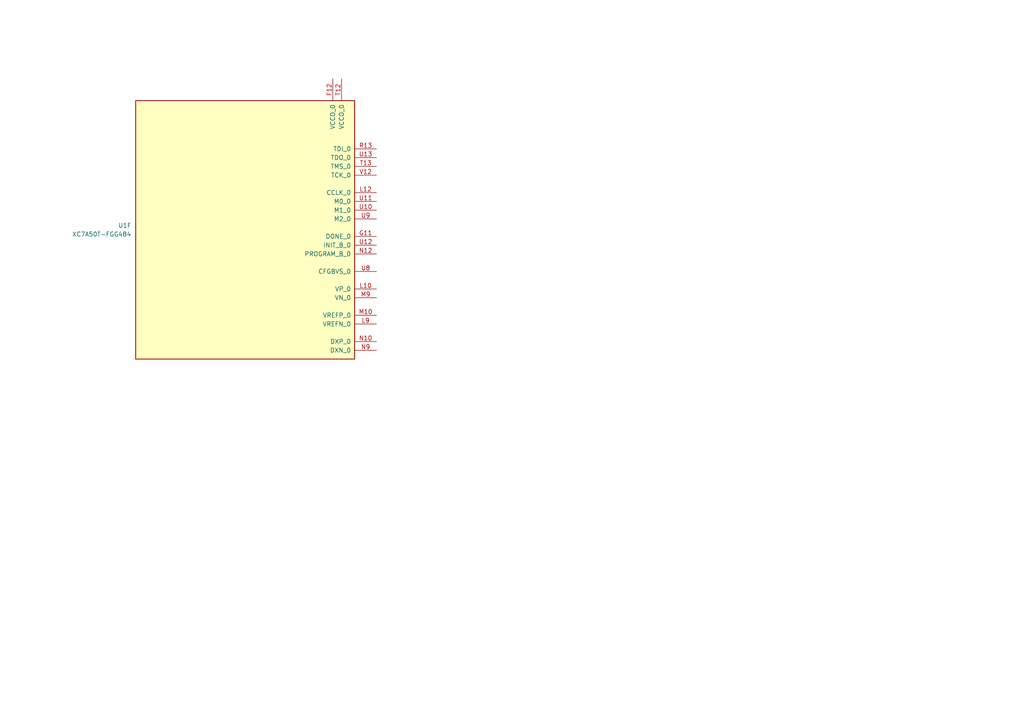
<source format=kicad_sch>
(kicad_sch (version 20250114) (generator "eeschema") (generator_version "9.0")
  (paper "A4")
  (lib_symbols
    (symbol "!Xilinx:XC7A50T-FGG484" (pin_names (offset 1.016))
      (property "Reference" "U" (at 0 1.27 0))
      (property "Value" "XC7A50T-FGG484" (at 0 -1.27 0))
      (symbol "XC7A50T-FGG484_1_1"
        (rectangle (start -44.45 67.31) (end 44.45 -73.66) (stroke (width 0.254)) (fill (type background)))
        (pin power_in line (at -40.64 73.66 270) (length 6.35) (name "VCCO_13") (number "AA17"))
        (pin power_in line (at -38.1 73.66 270) (length 6.35) (name "VCCO_13") (number "AB14"))
        (pin power_in line (at -35.56 73.66 270) (length 6.35) (name "VCCO_13") (number "V16"))
        (pin power_in line (at -33.02 73.66 270) (length 6.35) (name "VCCO_13") (number "W13"))
        (pin power_in line (at -30.48 73.66 270) (length 6.35) (name "VCCO_13") (number "Y10"))
        (pin power_in line (at 27.94 73.66 270) (length 6.35) (name "VCCO_14") (number "M14"))
        (pin power_in line (at 30.48 73.66 270) (length 6.35) (name "VCCO_14") (number "P18"))
        (pin power_in line (at 33.02 73.66 270) (length 6.35) (name "VCCO_14") (number "R15"))
        (pin power_in line (at 35.56 73.66 270) (length 6.35) (name "VCCO_14") (number "T22"))
        (pin power_in line (at 38.1 73.66 270) (length 6.35) (name "VCCO_14") (number "U19"))
        (pin power_in line (at 40.64 73.66 270) (length 6.35) (name "VCCO_14") (number "Y20"))
        (pin bidirectional line (at 50.8 53.34 180) (length 6.35) (name "IO_0_14") (number "P20"))
        (pin bidirectional line (at 50.8 50.8 180) (length 6.35) (name "IO_L1P_T0_D00_MOSI_14") (number "P22"))
        (pin bidirectional line (at 50.8 48.26 180) (length 6.35) (name "IO_L1N_T0_D01_DIN_14") (number "R22"))
        (pin bidirectional line (at 50.8 45.72 180) (length 6.35) (name "IO_L2P_T0_D02_14") (number "P21"))
        (pin bidirectional line (at 50.8 43.18 180) (length 6.35) (name "IO_L2N_T0_D03_14") (number "R21"))
        (pin bidirectional line (at 50.8 40.64 180) (length 6.35) (name "IO_L3P_T0_DQS_PUDC_B_14") (number "U22"))
        (pin bidirectional line (at 50.8 38.1 180) (length 6.35) (name "IO_L3N_T0_DQS_EMCCLK_14") (number "V22"))
        (pin bidirectional line (at 50.8 35.56 180) (length 6.35) (name "IO_L4P_T0_D04_14") (number "T21"))
        (pin bidirectional line (at 50.8 33.02 180) (length 6.35) (name "IO_L4N_T0_D05_14") (number "U21"))
        (pin bidirectional line (at 50.8 30.48 180) (length 6.35) (name "IO_L5P_T0_D06_14") (number "P19"))
        (pin bidirectional line (at 50.8 27.94 180) (length 6.35) (name "IO_L5N_T0_D07_14") (number "R19"))
        (pin bidirectional line (at 50.8 25.4 180) (length 6.35) (name "IO_L6P_T0_FCS_B_14") (number "T19"))
        (pin bidirectional line (at 50.8 22.86 180) (length 6.35) (name "IO_L6N_T0_D08_VREF_14") (number "T20"))
        (pin bidirectional line (at 50.8 20.32 180) (length 6.35) (name "IO_L7P_T1_D09_14") (number "W21"))
        (pin bidirectional line (at 50.8 17.78 180) (length 6.35) (name "IO_L7N_T1_D10_14") (number "W22"))
        (pin bidirectional line (at 50.8 15.24 180) (length 6.35) (name "IO_L8P_T1_D11_14") (number "AA20"))
        (pin bidirectional line (at 50.8 12.7 180) (length 6.35) (name "IO_L8N_T1_D12_14") (number "AA21"))
        (pin bidirectional line (at 50.8 10.16 180) (length 6.35) (name "IO_L9P_T1_DQS_14") (number "Y21"))
        (pin bidirectional line (at 50.8 7.62 180) (length 6.35) (name "IO_L9N_T1_DQS_D13_14") (number "Y22"))
        (pin bidirectional line (at 50.8 5.08 180) (length 6.35) (name "IO_L10P_T1_D14_14") (number "AB21"))
        (pin bidirectional line (at 50.8 2.54 180) (length 6.35) (name "IO_L10N_T1_D15_14") (number "AB22"))
        (pin bidirectional line (at 50.8 0 180) (length 6.35) (name "IO_L11P_T1_SRCC_14") (number "U20"))
        (pin bidirectional line (at 50.8 -2.54 180) (length 6.35) (name "IO_L11N_T1_SRCC_14") (number "V20"))
        (pin bidirectional line (at 50.8 -5.08 180) (length 6.35) (name "IO_L12P_T1_MRCC_14") (number "W19"))
        (pin bidirectional line (at 50.8 -7.62 180) (length 6.35) (name "IO_L12N_T1_MRCC_14") (number "W20"))
        (pin bidirectional line (at 50.8 -10.16 180) (length 6.35) (name "IO_L13P_T2_MRCC_14") (number "Y18"))
        (pin bidirectional line (at 50.8 -12.7 180) (length 6.35) (name "IO_L13N_T2_MRCC_14") (number "Y19"))
        (pin bidirectional line (at 50.8 -15.24 180) (length 6.35) (name "IO_L14P_T2_SRCC_14") (number "V18"))
        (pin bidirectional line (at 50.8 -17.78 180) (length 6.35) (name "IO_L14N_T2_SRCC_14") (number "V19"))
        (pin bidirectional line (at 50.8 -20.32 180) (length 6.35) (name "IO_L15P_T2_DQS_RDWR_B_14") (number "AA19"))
        (pin bidirectional line (at 50.8 -22.86 180) (length 6.35) (name "IO_L15N_T2_DQS_DOUT_CSO_B_14") (number "AB20"))
        (pin bidirectional line (at 50.8 -25.4 180) (length 6.35) (name "IO_L16P_T2_CSI_B_14") (number "V17"))
        (pin bidirectional line (at 50.8 -27.94 180) (length 6.35) (name "IO_L16N_T2_A15_D31_14") (number "W17"))
        (pin bidirectional line (at 50.8 -30.48 180) (length 6.35) (name "IO_L17P_T2_A14_D30_14") (number "AA18"))
        (pin bidirectional line (at 50.8 -33.02 180) (length 6.35) (name "IO_L17N_T2_A13_D29_14") (number "AB18"))
        (pin bidirectional line (at 50.8 -35.56 180) (length 6.35) (name "IO_L18P_T2_A12_D28_14") (number "U17"))
        (pin bidirectional line (at 50.8 -38.1 180) (length 6.35) (name "IO_L18N_T2_A11_D27_14") (number "U18"))
        (pin bidirectional line (at 50.8 -40.64 180) (length 6.35) (name "IO_L19P_T3_A10_D26_14") (number "P14"))
        (pin bidirectional line (at 50.8 -43.18 180) (length 6.35) (name "IO_L19N_T3_A09_D25_VREF_14") (number "R14"))
        (pin bidirectional line (at 50.8 -45.72 180) (length 6.35) (name "IO_L20P_T3_A08_D24_14") (number "R18"))
        (pin bidirectional line (at 50.8 -48.26 180) (length 6.35) (name "IO_L20N_T3_A07_D23_14") (number "T18"))
        (pin bidirectional line (at 50.8 -50.8 180) (length 6.35) (name "IO_L21P_T3_DQS_14") (number "N17"))
        (pin bidirectional line (at 50.8 -53.34 180) (length 6.35) (name "IO_L21N_T3_DQS_A06_D22_14") (number "P17"))
        (pin bidirectional line (at 50.8 -55.88 180) (length 6.35) (name "IO_L22P_T3_A05_D21_14") (number "P15"))
        (pin bidirectional line (at 50.8 -58.42 180) (length 6.35) (name "IO_L22N_T3_A04_D20_14") (number "R16"))
        (pin bidirectional line (at 50.8 -60.96 180) (length 6.35) (name "IO_L23P_T3_A03_D19_14") (number "N13"))
        (pin bidirectional line (at 50.8 -63.5 180) (length 6.35) (name "IO_L23N_T3_A02_D18_14") (number "N14"))
        (pin bidirectional line (at 50.8 -66.04 180) (length 6.35) (name "IO_L24P_T3_A01_D17_14") (number "P16"))
        (pin bidirectional line (at 50.8 -68.58 180) (length 6.35) (name "IO_L24N_T3_A00_D16_14") (number "R17"))
        (pin bidirectional line (at 50.8 -71.12 180) (length 6.35) (name "IO_25_14") (number "N15"))
      )
      (symbol "XC7A50T-FGG484_2_1"
        (rectangle (start -44.45 67.31) (end 44.45 -73.66) (stroke (width 0.254)) (fill (type background)))
        (pin bidirectional line (at -50.8 53.34 0) (length 6.35) (name "IO_0_15") (number "J16"))
        (pin bidirectional line (at -50.8 50.8 0) (length 6.35) (name "IO_L1P_T0_AD0P_15") (number "H13"))
        (pin bidirectional line (at -50.8 48.26 0) (length 6.35) (name "IO_L1N_T0_AD0N_15") (number "G13"))
        (pin bidirectional line (at -50.8 45.72 0) (length 6.35) (name "IO_L2P_T0_AD8P_15") (number "G15"))
        (pin bidirectional line (at -50.8 43.18 0) (length 6.35) (name "IO_L2N_T0_AD8N_15") (number "G16"))
        (pin bidirectional line (at -50.8 40.64 0) (length 6.35) (name "IO_L3P_T0_DQS_AD1P_15") (number "J14"))
        (pin bidirectional line (at -50.8 38.1 0) (length 6.35) (name "IO_L3N_T0_DQS_AD1N_15") (number "H14"))
        (pin bidirectional line (at -50.8 35.56 0) (length 6.35) (name "IO_L4P_T0_15") (number "G17"))
        (pin bidirectional line (at -50.8 33.02 0) (length 6.35) (name "IO_L4N_T0_15") (number "G18"))
        (pin bidirectional line (at -50.8 30.48 0) (length 6.35) (name "IO_L5P_T0_AD9P_15") (number "J15"))
        (pin bidirectional line (at -50.8 27.94 0) (length 6.35) (name "IO_L5N_T0_AD9N_15") (number "H15"))
        (pin bidirectional line (at -50.8 25.4 0) (length 6.35) (name "IO_L6P_T0_15") (number "H17"))
        (pin bidirectional line (at -50.8 22.86 0) (length 6.35) (name "IO_L6N_T0_VREF_15") (number "H18"))
        (pin bidirectional line (at -50.8 20.32 0) (length 6.35) (name "IO_L7P_T1_AD2P_15") (number "J22"))
        (pin bidirectional line (at -50.8 17.78 0) (length 6.35) (name "IO_L7N_T1_AD2N_15") (number "H22"))
        (pin bidirectional line (at -50.8 15.24 0) (length 6.35) (name "IO_L8P_T1_AD10P_15") (number "H20"))
        (pin bidirectional line (at -50.8 12.7 0) (length 6.35) (name "IO_L8N_T1_AD10N_15") (number "G20"))
        (pin bidirectional line (at -50.8 10.16 0) (length 6.35) (name "IO_L9P_T1_DQS_AD3P_15") (number "K21"))
        (pin bidirectional line (at -50.8 7.62 0) (length 6.35) (name "IO_L9N_T1_DQS_AD3N_15") (number "K22"))
        (pin bidirectional line (at -50.8 5.08 0) (length 6.35) (name "IO_L10P_T1_AD11P_15") (number "M21"))
        (pin bidirectional line (at -50.8 2.54 0) (length 6.35) (name "IO_L10N_T1_AD11N_15") (number "L21"))
        (pin bidirectional line (at -50.8 0 0) (length 6.35) (name "IO_L11P_T1_SRCC_15") (number "J20"))
        (pin bidirectional line (at -50.8 -2.54 0) (length 6.35) (name "IO_L11N_T1_SRCC_15") (number "J21"))
        (pin bidirectional line (at -50.8 -5.08 0) (length 6.35) (name "IO_L12P_T1_MRCC_15") (number "J19"))
        (pin bidirectional line (at -50.8 -7.62 0) (length 6.35) (name "IO_L12N_T1_MRCC_15") (number "H19"))
        (pin bidirectional line (at -50.8 -10.16 0) (length 6.35) (name "IO_L13P_T2_MRCC_15") (number "K18"))
        (pin bidirectional line (at -50.8 -12.7 0) (length 6.35) (name "IO_L13N_T2_MRCC_15") (number "K19"))
        (pin bidirectional line (at -50.8 -15.24 0) (length 6.35) (name "IO_L14P_T2_SRCC_15") (number "L19"))
        (pin bidirectional line (at -50.8 -17.78 0) (length 6.35) (name "IO_L14N_T2_SRCC_15") (number "L20"))
        (pin bidirectional line (at -50.8 -20.32 0) (length 6.35) (name "IO_L15P_T2_DQS_15") (number "N22"))
        (pin bidirectional line (at -50.8 -22.86 0) (length 6.35) (name "IO_L15N_T2_DQS_ADV_B_15") (number "M22"))
        (pin bidirectional line (at -50.8 -25.4 0) (length 6.35) (name "IO_L16P_T2_A28_15") (number "M18"))
        (pin bidirectional line (at -50.8 -27.94 0) (length 6.35) (name "IO_L16N_T2_A27_15") (number "L18"))
        (pin bidirectional line (at -50.8 -30.48 0) (length 6.35) (name "IO_L17P_T2_A26_15") (number "N18"))
        (pin bidirectional line (at -50.8 -33.02 0) (length 6.35) (name "IO_L17N_T2_A25_15") (number "N19"))
        (pin bidirectional line (at -50.8 -35.56 0) (length 6.35) (name "IO_L18P_T2_A24_15") (number "N20"))
        (pin bidirectional line (at -50.8 -38.1 0) (length 6.35) (name "IO_L18N_T2_A23_15") (number "M20"))
        (pin bidirectional line (at -50.8 -40.64 0) (length 6.35) (name "IO_L19P_T3_A22_15") (number "K13"))
        (pin bidirectional line (at -50.8 -43.18 0) (length 6.35) (name "IO_L19N_T3_A21_VREF_15") (number "K14"))
        (pin bidirectional line (at -50.8 -45.72 0) (length 6.35) (name "IO_L20P_T3_A20_15") (number "M13"))
        (pin bidirectional line (at -50.8 -48.26 0) (length 6.35) (name "IO_L20N_T3_A19_15") (number "L13"))
        (pin bidirectional line (at -50.8 -50.8 0) (length 6.35) (name "IO_L21P_T3_DQS_15") (number "K17"))
        (pin bidirectional line (at -50.8 -53.34 0) (length 6.35) (name "IO_L21N_T3_DQS_A18_15") (number "J17"))
        (pin bidirectional line (at -50.8 -55.88 0) (length 6.35) (name "IO_L22P_T3_A17_15") (number "L14"))
        (pin bidirectional line (at -50.8 -58.42 0) (length 6.35) (name "IO_L22N_T3_A16_15") (number "L15"))
        (pin bidirectional line (at -50.8 -60.96 0) (length 6.35) (name "IO_L23P_T3_FOE_B_15") (number "L16"))
        (pin bidirectional line (at -50.8 -63.5 0) (length 6.35) (name "IO_L23N_T3_FWE_B_15") (number "K16"))
        (pin bidirectional line (at -50.8 -66.04 0) (length 6.35) (name "IO_L24P_T3_RS1_15") (number "M15"))
        (pin bidirectional line (at -50.8 -68.58 0) (length 6.35) (name "IO_L24N_T3_RS0_15") (number "M16"))
        (pin bidirectional line (at -50.8 -71.12 0) (length 6.35) (name "IO_25_15") (number "M17"))
        (pin power_in line (at -40.64 73.66 270) (length 6.35) (name "VCCO_15") (number "G19"))
        (pin power_in line (at -38.1 73.66 270) (length 6.35) (name "VCCO_15") (number "H16"))
        (pin power_in line (at -35.56 73.66 270) (length 6.35) (name "VCCO_15") (number "J13"))
        (pin power_in line (at -33.02 73.66 270) (length 6.35) (name "VCCO_15") (number "K20"))
        (pin power_in line (at -30.48 73.66 270) (length 6.35) (name "VCCO_15") (number "L17"))
        (pin power_in line (at -27.94 73.66 270) (length 6.35) (name "VCCO_15") (number "N21"))
        (pin power_in line (at 27.94 73.66 270) (length 6.35) (name "VCCO_16") (number "A17"))
        (pin power_in line (at 30.48 73.66 270) (length 6.35) (name "VCCO_16") (number "B14"))
        (pin power_in line (at 33.02 73.66 270) (length 6.35) (name "VCCO_16") (number "C21"))
        (pin power_in line (at 35.56 73.66 270) (length 6.35) (name "VCCO_16") (number "D18"))
        (pin power_in line (at 38.1 73.66 270) (length 6.35) (name "VCCO_16") (number "E15"))
        (pin power_in line (at 40.64 73.66 270) (length 6.35) (name "VCCO_16") (number "F22"))
        (pin bidirectional line (at 50.8 53.34 180) (length 6.35) (name "IO_0_16") (number "F15"))
        (pin bidirectional line (at 50.8 50.8 180) (length 6.35) (name "IO_L1P_T0_16") (number "F13"))
        (pin bidirectional line (at 50.8 48.26 180) (length 6.35) (name "IO_L1N_T0_16") (number "F14"))
        (pin bidirectional line (at 50.8 45.72 180) (length 6.35) (name "IO_L2P_T0_16") (number "F16"))
        (pin bidirectional line (at 50.8 43.18 180) (length 6.35) (name "IO_L2N_T0_16") (number "E17"))
        (pin bidirectional line (at 50.8 40.64 180) (length 6.35) (name "IO_L3P_T0_DQS_16") (number "C14"))
        (pin bidirectional line (at 50.8 38.1 180) (length 6.35) (name "IO_L3N_T0_DQS_16") (number "C15"))
        (pin bidirectional line (at 50.8 35.56 180) (length 6.35) (name "IO_L4P_T0_16") (number "E13"))
        (pin bidirectional line (at 50.8 33.02 180) (length 6.35) (name "IO_L4N_T0_16") (number "E14"))
        (pin bidirectional line (at 50.8 30.48 180) (length 6.35) (name "IO_L5P_T0_16") (number "E16"))
        (pin bidirectional line (at 50.8 27.94 180) (length 6.35) (name "IO_L5N_T0_16") (number "D16"))
        (pin bidirectional line (at 50.8 25.4 180) (length 6.35) (name "IO_L6P_T0_16") (number "D14"))
        (pin bidirectional line (at 50.8 22.86 180) (length 6.35) (name "IO_L6N_T0_VREF_16") (number "D15"))
        (pin bidirectional line (at 50.8 20.32 180) (length 6.35) (name "IO_L7P_T1_16") (number "B15"))
        (pin bidirectional line (at 50.8 17.78 180) (length 6.35) (name "IO_L7N_T1_16") (number "B16"))
        (pin bidirectional line (at 50.8 15.24 180) (length 6.35) (name "IO_L8P_T1_16") (number "C13"))
        (pin bidirectional line (at 50.8 12.7 180) (length 6.35) (name "IO_L8N_T1_16") (number "B13"))
        (pin bidirectional line (at 50.8 10.16 180) (length 6.35) (name "IO_L9P_T1_DQS_16") (number "A15"))
        (pin bidirectional line (at 50.8 7.62 180) (length 6.35) (name "IO_L9N_T1_DQS_16") (number "A16"))
        (pin bidirectional line (at 50.8 5.08 180) (length 6.35) (name "IO_L10P_T1_16") (number "A13"))
        (pin bidirectional line (at 50.8 2.54 180) (length 6.35) (name "IO_L10N_T1_16") (number "A14"))
        (pin bidirectional line (at 50.8 0 180) (length 6.35) (name "IO_L11P_T1_SRCC_16") (number "B17"))
        (pin bidirectional line (at 50.8 -2.54 180) (length 6.35) (name "IO_L11N_T1_SRCC_16") (number "B18"))
        (pin bidirectional line (at 50.8 -5.08 180) (length 6.35) (name "IO_L12P_T1_MRCC_16") (number "D17"))
        (pin bidirectional line (at 50.8 -7.62 180) (length 6.35) (name "IO_L12N_T1_MRCC_16") (number "C17"))
        (pin bidirectional line (at 50.8 -10.16 180) (length 6.35) (name "IO_L13P_T2_MRCC_16") (number "C18"))
        (pin bidirectional line (at 50.8 -12.7 180) (length 6.35) (name "IO_L13N_T2_MRCC_16") (number "C19"))
        (pin bidirectional line (at 50.8 -15.24 180) (length 6.35) (name "IO_L14P_T2_SRCC_16") (number "E19"))
        (pin bidirectional line (at 50.8 -17.78 180) (length 6.35) (name "IO_L14N_T2_SRCC_16") (number "D19"))
        (pin bidirectional line (at 50.8 -20.32 180) (length 6.35) (name "IO_L15P_T2_DQS_16") (number "F18"))
        (pin bidirectional line (at 50.8 -22.86 180) (length 6.35) (name "IO_L15N_T2_DQS_16") (number "E18"))
        (pin bidirectional line (at 50.8 -25.4 180) (length 6.35) (name "IO_L16P_T2_16") (number "B20"))
        (pin bidirectional line (at 50.8 -27.94 180) (length 6.35) (name "IO_L16N_T2_16") (number "A20"))
        (pin bidirectional line (at 50.8 -30.48 180) (length 6.35) (name "IO_L17P_T2_16") (number "A18"))
        (pin bidirectional line (at 50.8 -33.02 180) (length 6.35) (name "IO_L17N_T2_16") (number "A19"))
        (pin bidirectional line (at 50.8 -35.56 180) (length 6.35) (name "IO_L18P_T2_16") (number "F19"))
        (pin bidirectional line (at 50.8 -38.1 180) (length 6.35) (name "IO_L18N_T2_16") (number "F20"))
        (pin bidirectional line (at 50.8 -40.64 180) (length 6.35) (name "IO_L19P_T3_16") (number "D20"))
        (pin bidirectional line (at 50.8 -43.18 180) (length 6.35) (name "IO_L19N_T3_VREF_16") (number "C20"))
        (pin bidirectional line (at 50.8 -45.72 180) (length 6.35) (name "IO_L20P_T3_16") (number "C22"))
        (pin bidirectional line (at 50.8 -48.26 180) (length 6.35) (name "IO_L20N_T3_16") (number "B22"))
        (pin bidirectional line (at 50.8 -50.8 180) (length 6.35) (name "IO_L21P_T3_DQS_16") (number "B21"))
        (pin bidirectional line (at 50.8 -53.34 180) (length 6.35) (name "IO_L21N_T3_DQS_16") (number "A21"))
        (pin bidirectional line (at 50.8 -55.88 180) (length 6.35) (name "IO_L22P_T3_16") (number "E22"))
        (pin bidirectional line (at 50.8 -58.42 180) (length 6.35) (name "IO_L22N_T3_16") (number "D22"))
        (pin bidirectional line (at 50.8 -60.96 180) (length 6.35) (name "IO_L23P_T3_16") (number "E21"))
        (pin bidirectional line (at 50.8 -63.5 180) (length 6.35) (name "IO_L23N_T3_16") (number "D21"))
        (pin bidirectional line (at 50.8 -66.04 180) (length 6.35) (name "IO_L24P_T3_16") (number "G21"))
        (pin bidirectional line (at 50.8 -68.58 180) (length 6.35) (name "IO_L24N_T3_16") (number "G22"))
        (pin bidirectional line (at 50.8 -71.12 180) (length 6.35) (name "IO_25_16") (number "F21"))
      )
      (symbol "XC7A50T-FGG484_3_1"
        (rectangle (start -44.45 67.31) (end 44.45 -73.66) (stroke (width 0.254)) (fill (type background)))
        (pin bidirectional line (at -50.8 53.34 0) (length 6.35) (name "IO_0_34") (number "T3"))
        (pin bidirectional line (at -50.8 50.8 0) (length 6.35) (name "IO_L1P_T0_34") (number "T1"))
        (pin bidirectional line (at -50.8 48.26 0) (length 6.35) (name "IO_L1N_T0_34") (number "U1"))
        (pin bidirectional line (at -50.8 45.72 0) (length 6.35) (name "IO_L2P_T0_34") (number "U2"))
        (pin bidirectional line (at -50.8 43.18 0) (length 6.35) (name "IO_L2N_T0_34") (number "V2"))
        (pin bidirectional line (at -50.8 40.64 0) (length 6.35) (name "IO_L3P_T0_DQS_34") (number "R3"))
        (pin bidirectional line (at -50.8 38.1 0) (length 6.35) (name "IO_L3N_T0_DQS_34") (number "R2"))
        (pin bidirectional line (at -50.8 35.56 0) (length 6.35) (name "IO_L4P_T0_34") (number "W2"))
        (pin bidirectional line (at -50.8 33.02 0) (length 6.35) (name "IO_L4N_T0_34") (number "Y2"))
        (pin bidirectional line (at -50.8 30.48 0) (length 6.35) (name "IO_L5P_T0_34") (number "W1"))
        (pin bidirectional line (at -50.8 27.94 0) (length 6.35) (name "IO_L5N_T0_34") (number "Y1"))
        (pin bidirectional line (at -50.8 25.4 0) (length 6.35) (name "IO_L6P_T0_34") (number "U3"))
        (pin bidirectional line (at -50.8 22.86 0) (length 6.35) (name "IO_L6N_T0_VREF_34") (number "V3"))
        (pin bidirectional line (at -50.8 20.32 0) (length 6.35) (name "IO_L7P_T1_34") (number "AA1"))
        (pin bidirectional line (at -50.8 17.78 0) (length 6.35) (name "IO_L7N_T1_34") (number "AB1"))
        (pin bidirectional line (at -50.8 15.24 0) (length 6.35) (name "IO_L8P_T1_34") (number "AB3"))
        (pin bidirectional line (at -50.8 12.7 0) (length 6.35) (name "IO_L8N_T1_34") (number "AB2"))
        (pin bidirectional line (at -50.8 10.16 0) (length 6.35) (name "IO_L9P_T1_DQS_34") (number "Y3"))
        (pin bidirectional line (at -50.8 7.62 0) (length 6.35) (name "IO_L9N_T1_DQS_34") (number "AA3"))
        (pin bidirectional line (at -50.8 5.08 0) (length 6.35) (name "IO_L10P_T1_34") (number "AA5"))
        (pin bidirectional line (at -50.8 2.54 0) (length 6.35) (name "IO_L10N_T1_34") (number "AB5"))
        (pin bidirectional line (at -50.8 0 0) (length 6.35) (name "IO_L11P_T1_SRCC_34") (number "Y4"))
        (pin bidirectional line (at -50.8 -2.54 0) (length 6.35) (name "IO_L11N_T1_SRCC_34") (number "AA4"))
        (pin bidirectional line (at -50.8 -5.08 0) (length 6.35) (name "IO_L12P_T1_MRCC_34") (number "V4"))
        (pin bidirectional line (at -50.8 -7.62 0) (length 6.35) (name "IO_L12N_T1_MRCC_34") (number "W4"))
        (pin bidirectional line (at -50.8 -10.16 0) (length 6.35) (name "IO_L13P_T2_MRCC_34") (number "R4"))
        (pin bidirectional line (at -50.8 -12.7 0) (length 6.35) (name "IO_L13N_T2_MRCC_34") (number "T4"))
        (pin bidirectional line (at -50.8 -15.24 0) (length 6.35) (name "IO_L14P_T2_SRCC_34") (number "T5"))
        (pin bidirectional line (at -50.8 -17.78 0) (length 6.35) (name "IO_L14N_T2_SRCC_34") (number "U5"))
        (pin bidirectional line (at -50.8 -20.32 0) (length 6.35) (name "IO_L15P_T2_DQS_34") (number "W6"))
        (pin bidirectional line (at -50.8 -22.86 0) (length 6.35) (name "IO_L15N_T2_DQS_34") (number "W5"))
        (pin bidirectional line (at -50.8 -25.4 0) (length 6.35) (name "IO_L16P_T2_34") (number "U6"))
        (pin bidirectional line (at -50.8 -27.94 0) (length 6.35) (name "IO_L16N_T2_34") (number "V5"))
        (pin bidirectional line (at -50.8 -30.48 0) (length 6.35) (name "IO_L17P_T2_34") (number "R6"))
        (pin bidirectional line (at -50.8 -33.02 0) (length 6.35) (name "IO_L17N_T2_34") (number "T6"))
        (pin bidirectional line (at -50.8 -35.56 0) (length 6.35) (name "IO_L18P_T2_34") (number "Y6"))
        (pin bidirectional line (at -50.8 -38.1 0) (length 6.35) (name "IO_L18N_T2_34") (number "AA6"))
        (pin bidirectional line (at -50.8 -40.64 0) (length 6.35) (name "IO_L19P_T3_34") (number "V7"))
        (pin bidirectional line (at -50.8 -43.18 0) (length 6.35) (name "IO_L19N_T3_VREF_34") (number "W7"))
        (pin bidirectional line (at -50.8 -45.72 0) (length 6.35) (name "IO_L20P_T3_34") (number "AB7"))
        (pin bidirectional line (at -50.8 -48.26 0) (length 6.35) (name "IO_L20N_T3_34") (number "AB6"))
        (pin bidirectional line (at -50.8 -50.8 0) (length 6.35) (name "IO_L21P_T3_DQS_34") (number "V9"))
        (pin bidirectional line (at -50.8 -53.34 0) (length 6.35) (name "IO_L21N_T3_DQS_34") (number "V8"))
        (pin bidirectional line (at -50.8 -55.88 0) (length 6.35) (name "IO_L22P_T3_34") (number "AA8"))
        (pin bidirectional line (at -50.8 -58.42 0) (length 6.35) (name "IO_L22N_T3_34") (number "AB8"))
        (pin bidirectional line (at -50.8 -60.96 0) (length 6.35) (name "IO_L23P_T3_34") (number "Y8"))
        (pin bidirectional line (at -50.8 -63.5 0) (length 6.35) (name "IO_L23N_T3_34") (number "Y7"))
        (pin bidirectional line (at -50.8 -66.04 0) (length 6.35) (name "IO_L24P_T3_34") (number "W9"))
        (pin bidirectional line (at -50.8 -68.58 0) (length 6.35) (name "IO_L24N_T3_34") (number "Y9"))
        (pin bidirectional line (at -50.8 -71.12 0) (length 6.35) (name "IO_25_34") (number "U7"))
        (pin power_in line (at -40.64 73.66 270) (length 6.35) (name "VCCO_34") (number "AA7"))
        (pin power_in line (at -38.1 73.66 270) (length 6.35) (name "VCCO_34") (number "AB4"))
        (pin power_in line (at -35.56 73.66 270) (length 6.35) (name "VCCO_34") (number "R5"))
        (pin power_in line (at -33.02 73.66 270) (length 6.35) (name "VCCO_34") (number "T2"))
        (pin power_in line (at -30.48 73.66 270) (length 6.35) (name "VCCO_34") (number "V6"))
        (pin power_in line (at -27.94 73.66 270) (length 6.35) (name "VCCO_34") (number "W3"))
        (pin power_in line (at 27.94 73.66 270) (length 6.35) (name "VCCO_35") (number "C1"))
        (pin power_in line (at 30.48 73.66 270) (length 6.35) (name "VCCO_35") (number "F2"))
        (pin power_in line (at 33.02 73.66 270) (length 6.35) (name "VCCO_35") (number "H6"))
        (pin power_in line (at 35.56 73.66 270) (length 6.35) (name "VCCO_35") (number "J3"))
        (pin power_in line (at 38.1 73.66 270) (length 6.35) (name "VCCO_35") (number "M4"))
        (pin power_in line (at 40.64 73.66 270) (length 6.35) (name "VCCO_35") (number "N1"))
        (pin bidirectional line (at 50.8 53.34 180) (length 6.35) (name "IO_0_35") (number "F4"))
        (pin bidirectional line (at 50.8 50.8 180) (length 6.35) (name "IO_L1P_T0_AD4P_35") (number "B1"))
        (pin bidirectional line (at 50.8 48.26 180) (length 6.35) (name "IO_L1N_T0_AD4N_35") (number "A1"))
        (pin bidirectional line (at 50.8 45.72 180) (length 6.35) (name "IO_L2P_T0_AD12P_35") (number "C2"))
        (pin bidirectional line (at 50.8 43.18 180) (length 6.35) (name "IO_L2N_T0_AD12N_35") (number "B2"))
        (pin bidirectional line (at 50.8 40.64 180) (length 6.35) (name "IO_L3P_T0_DQS_AD5P_35") (number "E1"))
        (pin bidirectional line (at 50.8 38.1 180) (length 6.35) (name "IO_L3N_T0_DQS_AD5N_35") (number "D1"))
        (pin bidirectional line (at 50.8 35.56 180) (length 6.35) (name "IO_L4P_T0_35") (number "E2"))
        (pin bidirectional line (at 50.8 33.02 180) (length 6.35) (name "IO_L4N_T0_35") (number "D2"))
        (pin bidirectional line (at 50.8 30.48 180) (length 6.35) (name "IO_L5P_T0_AD13P_35") (number "G1"))
        (pin bidirectional line (at 50.8 27.94 180) (length 6.35) (name "IO_L5N_T0_AD13N_35") (number "F1"))
        (pin bidirectional line (at 50.8 25.4 180) (length 6.35) (name "IO_L6P_T0_35") (number "F3"))
        (pin bidirectional line (at 50.8 22.86 180) (length 6.35) (name "IO_L6N_T0_VREF_35") (number "E3"))
        (pin bidirectional line (at 50.8 20.32 180) (length 6.35) (name "IO_L7P_T1_AD6P_35") (number "K1"))
        (pin bidirectional line (at 50.8 17.78 180) (length 6.35) (name "IO_L7N_T1_AD6N_35") (number "J1"))
        (pin bidirectional line (at 50.8 15.24 180) (length 6.35) (name "IO_L8P_T1_AD14P_35") (number "H2"))
        (pin bidirectional line (at 50.8 12.7 180) (length 6.35) (name "IO_L8N_T1_AD14N_35") (number "G2"))
        (pin bidirectional line (at 50.8 10.16 180) (length 6.35) (name "IO_L9P_T1_DQS_AD7P_35") (number "K2"))
        (pin bidirectional line (at 50.8 7.62 180) (length 6.35) (name "IO_L9N_T1_DQS_AD7N_35") (number "J2"))
        (pin bidirectional line (at 50.8 5.08 180) (length 6.35) (name "IO_L10P_T1_AD15P_35") (number "J5"))
        (pin bidirectional line (at 50.8 2.54 180) (length 6.35) (name "IO_L10N_T1_AD15N_35") (number "H5"))
        (pin bidirectional line (at 50.8 0 180) (length 6.35) (name "IO_L11P_T1_SRCC_35") (number "H3"))
        (pin bidirectional line (at 50.8 -2.54 180) (length 6.35) (name "IO_L11N_T1_SRCC_35") (number "G3"))
        (pin bidirectional line (at 50.8 -5.08 180) (length 6.35) (name "IO_L12P_T1_MRCC_35") (number "H4"))
        (pin bidirectional line (at 50.8 -7.62 180) (length 6.35) (name "IO_L12N_T1_MRCC_35") (number "G4"))
        (pin bidirectional line (at 50.8 -10.16 180) (length 6.35) (name "IO_L13P_T2_MRCC_35") (number "K4"))
        (pin bidirectional line (at 50.8 -12.7 180) (length 6.35) (name "IO_L13N_T2_MRCC_35") (number "J4"))
        (pin bidirectional line (at 50.8 -15.24 180) (length 6.35) (name "IO_L14P_T2_SRCC_35") (number "L3"))
        (pin bidirectional line (at 50.8 -17.78 180) (length 6.35) (name "IO_L14N_T2_SRCC_35") (number "K3"))
        (pin bidirectional line (at 50.8 -20.32 180) (length 6.35) (name "IO_L15P_T2_DQS_35") (number "M1"))
        (pin bidirectional line (at 50.8 -22.86 180) (length 6.35) (name "IO_L15N_T2_DQS_35") (number "L1"))
        (pin bidirectional line (at 50.8 -25.4 180) (length 6.35) (name "IO_L16P_T2_35") (number "M3"))
        (pin bidirectional line (at 50.8 -27.94 180) (length 6.35) (name "IO_L16N_T2_35") (number "M2"))
        (pin bidirectional line (at 50.8 -30.48 180) (length 6.35) (name "IO_L17P_T2_35") (number "K6"))
        (pin bidirectional line (at 50.8 -33.02 180) (length 6.35) (name "IO_L17N_T2_35") (number "J6"))
        (pin bidirectional line (at 50.8 -35.56 180) (length 6.35) (name "IO_L18P_T2_35") (number "L5"))
        (pin bidirectional line (at 50.8 -38.1 180) (length 6.35) (name "IO_L18N_T2_35") (number "L4"))
        (pin bidirectional line (at 50.8 -40.64 180) (length 6.35) (name "IO_L19P_T3_35") (number "N4"))
        (pin bidirectional line (at 50.8 -43.18 180) (length 6.35) (name "IO_L19N_T3_VREF_35") (number "N3"))
        (pin bidirectional line (at 50.8 -45.72 180) (length 6.35) (name "IO_L20P_T3_35") (number "R1"))
        (pin bidirectional line (at 50.8 -48.26 180) (length 6.35) (name "IO_L20N_T3_35") (number "P1"))
        (pin bidirectional line (at 50.8 -50.8 180) (length 6.35) (name "IO_L21P_T3_DQS_35") (number "P5"))
        (pin bidirectional line (at 50.8 -53.34 180) (length 6.35) (name "IO_L21N_T3_DQS_35") (number "P4"))
        (pin bidirectional line (at 50.8 -55.88 180) (length 6.35) (name "IO_L22P_T3_35") (number "P2"))
        (pin bidirectional line (at 50.8 -58.42 180) (length 6.35) (name "IO_L22N_T3_35") (number "N2"))
        (pin bidirectional line (at 50.8 -60.96 180) (length 6.35) (name "IO_L23P_T3_35") (number "M6"))
        (pin bidirectional line (at 50.8 -63.5 180) (length 6.35) (name "IO_L23N_T3_35") (number "M5"))
        (pin bidirectional line (at 50.8 -66.04 180) (length 6.35) (name "IO_L24P_T3_35") (number "P6"))
        (pin bidirectional line (at 50.8 -68.58 180) (length 6.35) (name "IO_L24N_T3_35") (number "N5"))
        (pin bidirectional line (at 50.8 -71.12 180) (length 6.35) (name "IO_25_35") (number "L6"))
      )
      (symbol "XC7A50T-FGG484_4_1"
        (rectangle (start -31.75 30.48) (end 31.75 -30.48) (stroke (width 0.254)) (fill (type background)))
        (pin bidirectional line (at -38.1 27.94 0) (length 6.35) (name "MGTPTXP0_216") (number "B4"))
        (pin bidirectional line (at -38.1 25.4 0) (length 6.35) (name "MGTPTXN0_216") (number "A4"))
        (pin bidirectional line (at -38.1 22.86 0) (length 6.35) (name "MGTPTXP1_216") (number "D5"))
        (pin bidirectional line (at -38.1 20.32 0) (length 6.35) (name "MGTPTXN1_216") (number "C5"))
        (pin bidirectional line (at -38.1 17.78 0) (length 6.35) (name "MGTPTXP2_216") (number "B6"))
        (pin bidirectional line (at -38.1 15.24 0) (length 6.35) (name "MGTPTXN2_216") (number "A6"))
        (pin bidirectional line (at -38.1 12.7 0) (length 6.35) (name "MGTPTXP3_216") (number "D7"))
        (pin bidirectional line (at -38.1 10.16 0) (length 6.35) (name "MGTPTXN3_216") (number "C7"))
        (pin bidirectional line (at -38.1 5.08 0) (length 6.35) (name "MGTPRXP0_216") (number "B8"))
        (pin bidirectional line (at -38.1 2.54 0) (length 6.35) (name "MGTPRXN0_216") (number "A8"))
        (pin bidirectional line (at -38.1 0 0) (length 6.35) (name "MGTPRXP1_216") (number "D11"))
        (pin bidirectional line (at -38.1 -2.54 0) (length 6.35) (name "MGTPRXN1_216") (number "C11"))
        (pin bidirectional line (at -38.1 -5.08 0) (length 6.35) (name "MGTPRXP2_216") (number "B10"))
        (pin bidirectional line (at -38.1 -7.62 0) (length 6.35) (name "MGTPRXN2_216") (number "A10"))
        (pin bidirectional line (at -38.1 -10.16 0) (length 6.35) (name "MGTPRXP3_216") (number "D9"))
        (pin bidirectional line (at -38.1 -12.7 0) (length 6.35) (name "MGTPRXN3_216") (number "C9"))
        (pin bidirectional line (at -38.1 -17.78 0) (length 6.35) (name "MGTREFCLK0P_216") (number "F6"))
        (pin bidirectional line (at -38.1 -20.32 0) (length 6.35) (name "MGTREFCLK0N_216") (number "E6"))
        (pin bidirectional line (at -38.1 -22.86 0) (length 6.35) (name "MGTREFCLK1P_216") (number "F10"))
        (pin bidirectional line (at -38.1 -25.4 0) (length 6.35) (name "MGTREFCLK1N_216") (number "E10"))
      )
      (symbol "XC7A50T-FGG484_5_1"
        (rectangle (start -31.75 12.7) (end 31.75 -12.7) (stroke (width 0.254)) (fill (type background)))
        (pin power_in line (at -38.1 10.16 0) (length 6.35) (name "MGTAVCC") (number "D6"))
        (pin power_in line (at -38.1 7.62 0) (length 6.35) (name "MGTAVCC") (number "D10"))
        (pin power_in line (at -38.1 5.08 0) (length 6.35) (name "MGTAVCC") (number "F7"))
        (pin power_in line (at -38.1 2.54 0) (length 6.35) (name "MGTAVCC") (number "F9"))
        (pin power_in line (at -38.1 0 0) (length 6.35) (name "MGTAVCC") (number "E8"))
        (pin power_in line (at 38.1 10.16 180) (length 6.35) (name "MGTAVTT") (number "B5"))
        (pin power_in line (at 38.1 7.62 180) (length 6.35) (name "MGTAVTT") (number "B7"))
        (pin power_in line (at 38.1 5.08 180) (length 6.35) (name "MGTAVTT") (number "B9"))
        (pin power_in line (at 38.1 2.54 180) (length 6.35) (name "MGTAVTT") (number "B11"))
        (pin power_in line (at 38.1 0 180) (length 6.35) (name "MGTAVTT") (number "C4"))
        (pin power_in line (at 38.1 -2.54 180) (length 6.35) (name "MGTAVTT") (number "C8"))
        (pin power_in line (at 38.1 -7.62 180) (length 6.35) (name "MGTRREF_216") (number "F8"))
      )
      (symbol "XC7A50T-FGG484_6_1"
        (rectangle (start -31.75 34.29) (end 31.75 -40.64) (stroke (width 0.254)) (fill (type background)))
        (pin power_in line (at 25.4 40.64 270) (length 6.35) (name "VCCO_0") (number "F12"))
        (pin power_in line (at 27.94 40.64 270) (length 6.35) (name "VCCO_0") (number "T12"))
        (pin bidirectional line (at 38.1 20.32 180) (length 6.35) (name "TDI_0") (number "R13"))
        (pin bidirectional line (at 38.1 17.78 180) (length 6.35) (name "TDO_0") (number "U13"))
        (pin bidirectional line (at 38.1 15.24 180) (length 6.35) (name "TMS_0") (number "T13"))
        (pin bidirectional line (at 38.1 12.7 180) (length 6.35) (name "TCK_0") (number "V12"))
        (pin bidirectional line (at 38.1 7.62 180) (length 6.35) (name "CCLK_0") (number "L12"))
        (pin bidirectional line (at 38.1 5.08 180) (length 6.35) (name "M0_0") (number "U11"))
        (pin bidirectional line (at 38.1 2.54 180) (length 6.35) (name "M1_0") (number "U10"))
        (pin bidirectional line (at 38.1 0 180) (length 6.35) (name "M2_0") (number "U9"))
        (pin bidirectional line (at 38.1 -5.08 180) (length 6.35) (name "DONE_0") (number "G11"))
        (pin bidirectional line (at 38.1 -7.62 180) (length 6.35) (name "INIT_B_0") (number "U12"))
        (pin bidirectional line (at 38.1 -10.16 180) (length 6.35) (name "PROGRAM_B_0") (number "N12"))
        (pin bidirectional line (at 38.1 -15.24 180) (length 6.35) (name "CFGBVS_0") (number "U8"))
        (pin bidirectional line (at 38.1 -20.32 180) (length 6.35) (name "VP_0") (number "L10"))
        (pin bidirectional line (at 38.1 -22.86 180) (length 6.35) (name "VN_0") (number "M9"))
        (pin bidirectional line (at 38.1 -27.94 180) (length 6.35) (name "VREFP_0") (number "M10"))
        (pin bidirectional line (at 38.1 -30.48 180) (length 6.35) (name "VREFN_0") (number "L9"))
        (pin bidirectional line (at 38.1 -35.56 180) (length 6.35) (name "DXP_0") (number "N10"))
        (pin bidirectional line (at 38.1 -38.1 180) (length 6.35) (name "DXN_0") (number "N9"))
      )
      (symbol "XC7A50T-FGG484_7_1"
        (rectangle (start -19.05 76.2) (end 19.05 -76.2) (stroke (width 0.254)) (fill (type background)))
        (pin power_in line (at -25.4 73.66 0) (length 6.35) (name "VCCAUX") (number "H12"))
        (pin power_in line (at -25.4 71.12 0) (length 6.35) (name "VCCAUX") (number "K12"))
        (pin power_in line (at -25.4 68.58 0) (length 6.35) (name "VCCAUX") (number "M12"))
        (pin power_in line (at -25.4 66.04 0) (length 6.35) (name "VCCAUX") (number "P12"))
        (pin power_in line (at -25.4 63.5 0) (length 6.35) (name "VCCAUX") (number "R11"))
        (pin power_in line (at -25.4 58.42 0) (length 6.35) (name "GNDADC_0") (number "K9"))
        (pin power_in line (at -25.4 55.88 0) (length 6.35) (name "VCCADC_0") (number "K10"))
        (pin power_in line (at -25.4 53.34 0) (length 6.35) (name "VCCBATT_0") (number "E12"))
        (pin power_in line (at -25.4 50.8 0) (length 6.35) (name "VCCBRAM") (number "J11"))
        (pin power_in line (at -25.4 48.26 0) (length 6.35) (name "VCCBRAM") (number "L11"))
        (pin power_in line (at -25.4 45.72 0) (length 6.35) (name "VCCBRAM") (number "N11"))
        (pin power_in line (at -25.4 35.56 0) (length 6.35) (name "GND") (number "A2"))
        (pin power_in line (at -25.4 33.02 0) (length 6.35) (name "GND") (number "A3"))
        (pin power_in line (at -25.4 30.48 0) (length 6.35) (name "GND") (number "A5"))
        (pin power_in line (at -25.4 27.94 0) (length 6.35) (name "GND") (number "A7"))
        (pin power_in line (at -25.4 25.4 0) (length 6.35) (name "GND") (number "A9"))
        (pin power_in line (at -25.4 22.86 0) (length 6.35) (name "GND") (number "A11"))
        (pin power_in line (at -25.4 20.32 0) (length 6.35) (name "GND") (number "A12"))
        (pin power_in line (at -25.4 17.78 0) (length 6.35) (name "GND") (number "A22"))
        (pin power_in line (at -25.4 15.24 0) (length 6.35) (name "GND") (number "B3"))
        (pin power_in line (at -25.4 12.7 0) (length 6.35) (name "GND") (number "B12"))
        (pin power_in line (at -25.4 10.16 0) (length 6.35) (name "GND") (number "B19"))
        (pin power_in line (at -25.4 7.62 0) (length 6.35) (name "GND") (number "C3"))
        (pin power_in line (at -25.4 5.08 0) (length 6.35) (name "GND") (number "C6"))
        (pin power_in line (at -25.4 2.54 0) (length 6.35) (name "GND") (number "C10"))
        (pin power_in line (at -25.4 0 0) (length 6.35) (name "GND") (number "C12"))
        (pin power_in line (at -25.4 -2.54 0) (length 6.35) (name "GND") (number "C16"))
        (pin power_in line (at -25.4 -5.08 0) (length 6.35) (name "GND") (number "D3"))
        (pin power_in line (at -25.4 -7.62 0) (length 6.35) (name "GND") (number "D4"))
        (pin power_in line (at -25.4 -10.16 0) (length 6.35) (name "GND") (number "D8"))
        (pin power_in line (at -25.4 -12.7 0) (length 6.35) (name "GND") (number "D12"))
        (pin power_in line (at -25.4 -15.24 0) (length 6.35) (name "GND") (number "D13"))
        (pin power_in line (at -25.4 -17.78 0) (length 6.35) (name "GND") (number "E4"))
        (pin power_in line (at -25.4 -20.32 0) (length 6.35) (name "GND") (number "E5"))
        (pin power_in line (at -25.4 -22.86 0) (length 6.35) (name "GND") (number "E7"))
        (pin power_in line (at -25.4 -25.4 0) (length 6.35) (name "GND") (number "E9"))
        (pin power_in line (at -25.4 -27.94 0) (length 6.35) (name "GND") (number "E11"))
        (pin power_in line (at -25.4 -30.48 0) (length 6.35) (name "GND") (number "E20"))
        (pin power_in line (at -25.4 -33.02 0) (length 6.35) (name "GND") (number "F5"))
        (pin power_in line (at -25.4 -35.56 0) (length 6.35) (name "GND") (number "F11"))
        (pin power_in line (at -25.4 -38.1 0) (length 6.35) (name "GND") (number "F17"))
        (pin power_in line (at -25.4 -40.64 0) (length 6.35) (name "GND") (number "G5"))
        (pin power_in line (at -25.4 -43.18 0) (length 6.35) (name "GND") (number "G6"))
        (pin power_in line (at -25.4 -45.72 0) (length 6.35) (name "GND") (number "G7"))
        (pin power_in line (at -25.4 -48.26 0) (length 6.35) (name "GND") (number "G8"))
        (pin power_in line (at -25.4 -50.8 0) (length 6.35) (name "GND") (number "G9"))
        (pin power_in line (at -25.4 -53.34 0) (length 6.35) (name "GND") (number "G10"))
        (pin power_in line (at -25.4 -55.88 0) (length 6.35) (name "GND") (number "G12"))
        (pin power_in line (at -25.4 -58.42 0) (length 6.35) (name "GND") (number "G14"))
        (pin power_in line (at -25.4 -60.96 0) (length 6.35) (name "GND") (number "H1"))
        (pin power_in line (at -25.4 -63.5 0) (length 6.35) (name "GND") (number "H7"))
        (pin power_in line (at -25.4 -66.04 0) (length 6.35) (name "GND") (number "H9"))
        (pin power_in line (at -25.4 -68.58 0) (length 6.35) (name "GND") (number "H11"))
        (pin power_in line (at -25.4 -71.12 0) (length 6.35) (name "GND") (number "H21"))
        (pin power_in line (at -25.4 -73.66 0) (length 6.35) (name "GND") (number "J8"))
        (pin power_in line (at 25.4 73.66 180) (length 6.35) (name "VCCINT") (number "H8"))
        (pin power_in line (at 25.4 71.12 180) (length 6.35) (name "VCCINT") (number "H10"))
        (pin power_in line (at 25.4 68.58 180) (length 6.35) (name "VCCINT") (number "J7"))
        (pin power_in line (at 25.4 66.04 180) (length 6.35) (name "VCCINT") (number "J9"))
        (pin power_in line (at 25.4 63.5 180) (length 6.35) (name "VCCINT") (number "K8"))
        (pin power_in line (at 25.4 60.96 180) (length 6.35) (name "VCCINT") (number "L7"))
        (pin power_in line (at 25.4 58.42 180) (length 6.35) (name "VCCINT") (number "M8"))
        (pin power_in line (at 25.4 55.88 180) (length 6.35) (name "VCCINT") (number "N7"))
        (pin power_in line (at 25.4 53.34 180) (length 6.35) (name "VCCINT") (number "P8"))
        (pin power_in line (at 25.4 50.8 180) (length 6.35) (name "VCCINT") (number "P10"))
        (pin power_in line (at 25.4 48.26 180) (length 6.35) (name "VCCINT") (number "R7"))
        (pin power_in line (at 25.4 45.72 180) (length 6.35) (name "VCCINT") (number "R9"))
        (pin power_in line (at 25.4 43.18 180) (length 6.35) (name "VCCINT") (number "T8"))
        (pin power_in line (at 25.4 40.64 180) (length 6.35) (name "VCCINT") (number "T10"))
        (pin power_in line (at 25.4 33.02 180) (length 6.35) (name "GND") (number "J10"))
        (pin power_in line (at 25.4 30.48 180) (length 6.35) (name "GND") (number "J12"))
        (pin power_in line (at 25.4 27.94 180) (length 6.35) (name "GND") (number "J18"))
        (pin power_in line (at 25.4 25.4 180) (length 6.35) (name "GND") (number "K5"))
        (pin power_in line (at 25.4 22.86 180) (length 6.35) (name "GND") (number "K7"))
        (pin power_in line (at 25.4 20.32 180) (length 6.35) (name "GND") (number "K11"))
        (pin power_in line (at 25.4 17.78 180) (length 6.35) (name "GND") (number "K15"))
        (pin power_in line (at 25.4 15.24 180) (length 6.35) (name "GND") (number "L2"))
        (pin power_in line (at 25.4 12.7 180) (length 6.35) (name "GND") (number "L8"))
        (pin power_in line (at 25.4 10.16 180) (length 6.35) (name "GND") (number "L22"))
        (pin power_in line (at 25.4 7.62 180) (length 6.35) (name "GND") (number "M7"))
        (pin power_in line (at 25.4 5.08 180) (length 6.35) (name "GND") (number "M11"))
        (pin power_in line (at 25.4 2.54 180) (length 6.35) (name "GND") (number "M19"))
        (pin power_in line (at 25.4 0 180) (length 6.35) (name "GND") (number "N6"))
        (pin power_in line (at 25.4 -2.54 180) (length 6.35) (name "GND") (number "N8"))
        (pin power_in line (at 25.4 -5.08 180) (length 6.35) (name "GND") (number "N16"))
        (pin power_in line (at 25.4 -7.62 180) (length 6.35) (name "GND") (number "P3"))
        (pin power_in line (at 25.4 -10.16 180) (length 6.35) (name "GND") (number "P7"))
        (pin power_in line (at 25.4 -12.7 180) (length 6.35) (name "GND") (number "P9"))
        (pin power_in line (at 25.4 -15.24 180) (length 6.35) (name "GND") (number "P11"))
        (pin power_in line (at 25.4 -17.78 180) (length 6.35) (name "GND") (number "P13"))
        (pin power_in line (at 25.4 -20.32 180) (length 6.35) (name "GND") (number "R8"))
        (pin power_in line (at 25.4 -22.86 180) (length 6.35) (name "GND") (number "R10"))
        (pin power_in line (at 25.4 -25.4 180) (length 6.35) (name "GND") (number "R12"))
        (pin power_in line (at 25.4 -27.94 180) (length 6.35) (name "GND") (number "R20"))
        (pin power_in line (at 25.4 -30.48 180) (length 6.35) (name "GND") (number "T7"))
        (pin power_in line (at 25.4 -33.02 180) (length 6.35) (name "GND") (number "T9"))
        (pin power_in line (at 25.4 -35.56 180) (length 6.35) (name "GND") (number "T11"))
        (pin power_in line (at 25.4 -38.1 180) (length 6.35) (name "GND") (number "T17"))
        (pin power_in line (at 25.4 -40.64 180) (length 6.35) (name "GND") (number "U4"))
        (pin power_in line (at 25.4 -43.18 180) (length 6.35) (name "GND") (number "U14"))
        (pin power_in line (at 25.4 -45.72 180) (length 6.35) (name "GND") (number "V1"))
        (pin power_in line (at 25.4 -48.26 180) (length 6.35) (name "GND") (number "V11"))
        (pin power_in line (at 25.4 -50.8 180) (length 6.35) (name "GND") (number "V21"))
        (pin power_in line (at 25.4 -53.34 180) (length 6.35) (name "GND") (number "W8"))
        (pin power_in line (at 25.4 -55.88 180) (length 6.35) (name "GND") (number "W18"))
        (pin power_in line (at 25.4 -58.42 180) (length 6.35) (name "GND") (number "Y5"))
        (pin power_in line (at 25.4 -60.96 180) (length 6.35) (name "GND") (number "Y15"))
        (pin power_in line (at 25.4 -63.5 180) (length 6.35) (name "GND") (number "AA2"))
        (pin power_in line (at 25.4 -66.04 180) (length 6.35) (name "GND") (number "AA12"))
        (pin power_in line (at 25.4 -68.58 180) (length 6.35) (name "GND") (number "AA22"))
        (pin power_in line (at 25.4 -71.12 180) (length 6.35) (name "GND") (number "AB9"))
        (pin power_in line (at 25.4 -73.66 180) (length 6.35) (name "GND") (number "AB19"))
      )
    )
  )
  (symbol (lib_id "!Xilinx:XC7A50T-FGG484") (at 71.12 63.5 0) (unit 6)
    (property "Reference" "U1" (at 38.1 65.4049 0) (effects (justify right)))
    (property "Value" "XC7A50T-FGG484" (at 38.1 67.9449 0) (effects (justify right)))
    (property "Footprint" "Package_BGA:Xilinx_FGG484" (effects (hide yes)))
    (property "Description" "Artix 7 T 50 XC7A50T-FGG484" (effects (hide yes)))
  )
)
</source>
